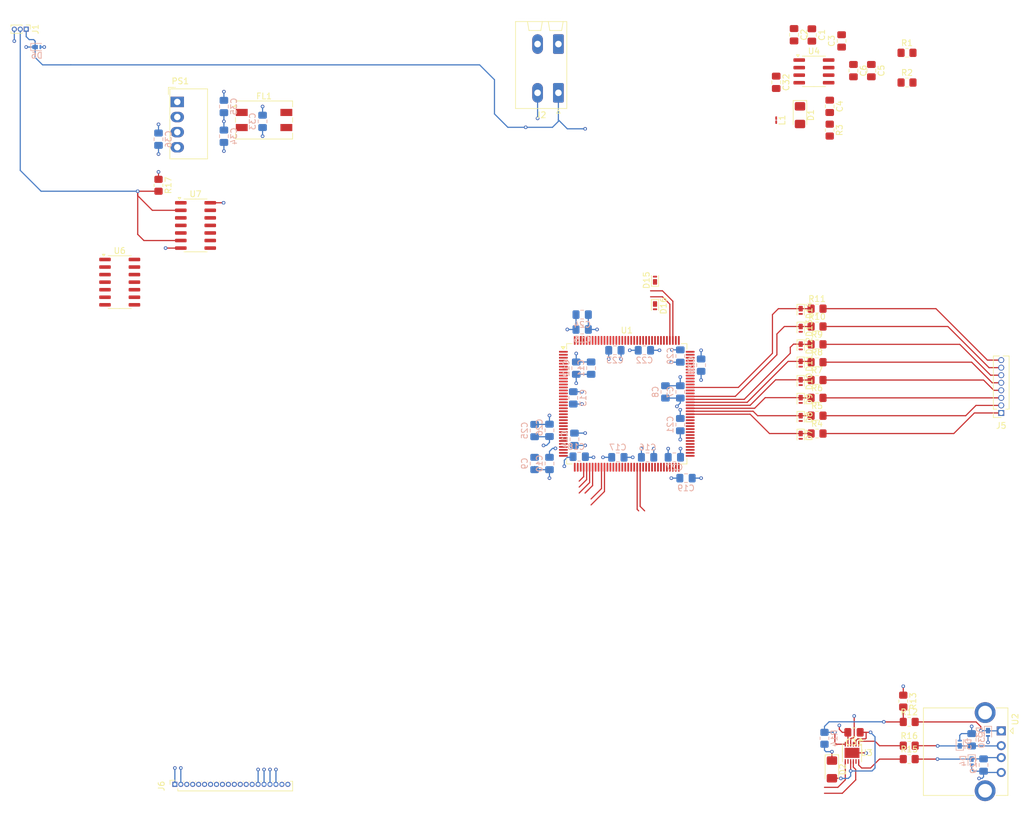
<source format=kicad_pcb>
(kicad_pcb
	(version 20240108)
	(generator "pcbnew")
	(generator_version "8.0")
	(general
		(thickness 1.597)
		(legacy_teardrops no)
	)
	(paper "A4")
	(layers
		(0 "F.Cu" signal)
		(1 "In1.Cu" signal)
		(2 "In2.Cu" signal)
		(31 "B.Cu" signal)
		(32 "B.Adhes" user "B.Adhesive")
		(33 "F.Adhes" user "F.Adhesive")
		(34 "B.Paste" user)
		(35 "F.Paste" user)
		(36 "B.SilkS" user "B.Silkscreen")
		(37 "F.SilkS" user "F.Silkscreen")
		(38 "B.Mask" user)
		(39 "F.Mask" user)
		(44 "Edge.Cuts" user)
		(45 "Margin" user)
		(46 "B.CrtYd" user "B.Courtyard")
		(47 "F.CrtYd" user "F.Courtyard")
		(48 "B.Fab" user)
		(49 "F.Fab" user)
	)
	(setup
		(stackup
			(layer "F.SilkS"
				(type "Top Silk Screen")
			)
			(layer "F.Paste"
				(type "Top Solder Paste")
			)
			(layer "F.Mask"
				(type "Top Solder Mask")
				(thickness 0.0175)
			)
			(layer "F.Cu"
				(type "copper")
				(thickness 0.035)
			)
			(layer "dielectric 1"
				(type "prepreg")
				(color "FR4 natural")
				(thickness 0.196)
				(material "7628")
				(epsilon_r 4.74)
				(loss_tangent 0)
			)
			(layer "In1.Cu"
				(type "copper")
				(thickness 0.035)
			)
			(layer "dielectric 2"
				(type "core")
				(thickness 1.03)
				(material "FR4")
				(epsilon_r 4.6)
				(loss_tangent 0.02)
			)
			(layer "In2.Cu"
				(type "copper")
				(thickness 0.035)
			)
			(layer "dielectric 3"
				(type "prepreg")
				(color "FR4 natural")
				(thickness 0.196)
				(material "7628")
				(epsilon_r 4.74)
				(loss_tangent 0)
			)
			(layer "B.Cu"
				(type "copper")
				(thickness 0.035)
			)
			(layer "B.Mask"
				(type "Bottom Solder Mask")
				(thickness 0.0175)
			)
			(layer "B.Paste"
				(type "Bottom Solder Paste")
			)
			(layer "B.SilkS"
				(type "Bottom Silk Screen")
			)
			(copper_finish "None")
			(dielectric_constraints no)
		)
		(pad_to_mask_clearance 0)
		(allow_soldermask_bridges_in_footprints no)
		(pcbplotparams
			(layerselection 0x00010fc_ffffffff)
			(plot_on_all_layers_selection 0x0000000_00000000)
			(disableapertmacros no)
			(usegerberextensions no)
			(usegerberattributes yes)
			(usegerberadvancedattributes yes)
			(creategerberjobfile yes)
			(dashed_line_dash_ratio 12.000000)
			(dashed_line_gap_ratio 3.000000)
			(svgprecision 4)
			(plotframeref no)
			(viasonmask no)
			(mode 1)
			(useauxorigin no)
			(hpglpennumber 1)
			(hpglpenspeed 20)
			(hpglpendiameter 15.000000)
			(pdf_front_fp_property_popups yes)
			(pdf_back_fp_property_popups yes)
			(dxfpolygonmode yes)
			(dxfimperialunits yes)
			(dxfusepcbnewfont yes)
			(psnegative no)
			(psa4output no)
			(plotreference yes)
			(plotvalue yes)
			(plotfptext yes)
			(plotinvisibletext no)
			(sketchpadsonfab no)
			(subtractmaskfromsilk no)
			(outputformat 1)
			(mirror no)
			(drillshape 1)
			(scaleselection 1)
			(outputdirectory "")
		)
	)
	(net 0 "")
	(net 1 "Net-(J5-Pin_3)")
	(net 2 "Net-(D9-K)")
	(net 3 "Net-(D8-K)")
	(net 4 "Net-(J5-Pin_2)")
	(net 5 "Net-(J5-Pin_1)")
	(net 6 "Net-(D7-K)")
	(net 7 "Net-(C4-Pad2)")
	(net 8 "GND")
	(net 9 "Net-(U4-FB)")
	(net 10 "3.3V{slash}2A")
	(net 11 "Net-(U3-USBDP)")
	(net 12 "Net-(D4-K)")
	(net 13 "+3.3V")
	(net 14 "Net-(J1-Pin_2)")
	(net 15 "Net-(U3-USBDM)")
	(net 16 "Net-(D5-K)")
	(net 17 "Net-(D2-K)")
	(net 18 "Net-(U3-CBUS0)")
	(net 19 "Net-(J5-Pin_8)")
	(net 20 "Net-(D14-K)")
	(net 21 "Net-(J5-Pin_7)")
	(net 22 "Net-(D13-K)")
	(net 23 "Net-(D12-K)")
	(net 24 "Net-(J5-Pin_6)")
	(net 25 "Net-(D11-K)")
	(net 26 "Net-(J5-Pin_5)")
	(net 27 "Net-(J5-Pin_4)")
	(net 28 "Net-(D10-K)")
	(net 29 "Net-(D1-K)")
	(net 30 "Net-(U4-COMP)")
	(net 31 "+12V")
	(net 32 "Net-(U4-SS)")
	(net 33 "unconnected-(U4-EN-Pad7)")
	(net 34 "Net-(U4-BS)")
	(net 35 "unconnected-(U6-Pad13)")
	(net 36 "unconnected-(U6-Pad9)")
	(net 37 "+5V")
	(net 38 "TX")
	(net 39 "unconnected-(U6-Pad11)")
	(net 40 "unconnected-(U6-Pad3)")
	(net 41 "unconnected-(U6-Pad5)")
	(net 42 "RX")
	(net 43 "unconnected-(U1-PB10-Pad69)")
	(net 44 "Net-(U1-VREF+)")
	(net 45 "unconnected-(U1-PC0-Pad26)")
	(net 46 "Net-(C27-Pad1)")
	(net 47 "Net-(U1-PE7)")
	(net 48 "unconnected-(U1-PB14-Pad75)")
	(net 49 "unconnected-(U1-PB7-Pad137)")
	(net 50 "unconnected-(U1-PE13-Pad66)")
	(net 51 "Net-(J6-Pin_8)")
	(net 52 "Net-(J6-Pin_7)")
	(net 53 "unconnected-(U1-PH0-Pad23)")
	(net 54 "unconnected-(U1-PF11-Pad49)")
	(net 55 "unconnected-(U1-PG11-Pad126)")
	(net 56 "unconnected-(U1-PA8-Pad100)")
	(net 57 "unconnected-(U1-PE10-Pad63)")
	(net 58 "unconnected-(U1-PE9-Pad60)")
	(net 59 "unconnected-(U1-PD4-Pad118)")
	(net 60 "unconnected-(U1-PD7-Pad123)")
	(net 61 "unconnected-(U1-PB2-Pad48)")
	(net 62 "unconnected-(U1-PE4-Pad3)")
	(net 63 "unconnected-(U1-PF2-Pad12)")
	(net 64 "unconnected-(U1-PE14-Pad67)")
	(net 65 "unconnected-(U1-PG15-Pad132)")
	(net 66 "unconnected-(U1-PG0-Pad56)")
	(net 67 "unconnected-(U1-PF3-Pad13)")
	(net 68 "unconnected-(U1-PF14-Pad54)")
	(net 69 "unconnected-(U1-PG1-Pad57)")
	(net 70 "unconnected-(U1-PC12-Pad113)")
	(net 71 "unconnected-(U1-PC13-Pad7)")
	(net 72 "unconnected-(U1-PF4-Pad14)")
	(net 73 "unconnected-(U1-PD2-Pad116)")
	(net 74 "unconnected-(U1-PF0-Pad10)")
	(net 75 "unconnected-(U1-PD1-Pad115)")
	(net 76 "unconnected-(U1-PF15-Pad55)")
	(net 77 "Net-(J6-Pin_4)")
	(net 78 "unconnected-(U1-PC15-Pad9)")
	(net 79 "unconnected-(U1-PF5-Pad15)")
	(net 80 "Net-(J6-Pin_5)")
	(net 81 "unconnected-(U1-PE12-Pad65)")
	(net 82 "Net-(U1-PE8)")
	(net 83 "unconnected-(U1-PA9-Pad101)")
	(net 84 "unconnected-(U1-PD15-Pad86)")
	(net 85 "unconnected-(U1-PE1-Pad142)")
	(net 86 "unconnected-(U1-PB4(NJTRST)-Pad134)")
	(net 87 "unconnected-(U1-PF13-Pad53)")
	(net 88 "unconnected-(U1-PG14-Pad129)")
	(net 89 "unconnected-(U1-PE0-Pad141)")
	(net 90 "unconnected-(U1-PB12-Pad73)")
	(net 91 "unconnected-(U1-PF12-Pad50)")
	(net 92 "unconnected-(U1-PD6-Pad122)")
	(net 93 "unconnected-(U1-PE3-Pad2)")
	(net 94 "unconnected-(U1-PE11-Pad64)")
	(net 95 "unconnected-(U1-PC3_C-Pad29)")
	(net 96 "unconnected-(U1-PA13(JTMS-Pad105)")
	(net 97 "unconnected-(U1-PA0-Pad34)")
	(net 98 "unconnected-(U1-PH1-Pad24)")
	(net 99 "unconnected-(U1-PF1-Pad11)")
	(net 100 "unconnected-(U1-PC2_C-Pad28)")
	(net 101 "Net-(J6-Pin_6)")
	(net 102 "unconnected-(U1-PB8-Pad139)")
	(net 103 "unconnected-(U1-PD13-Pad82)")
	(net 104 "unconnected-(U1-PC4-Pad44)")
	(net 105 "unconnected-(U1-PD0-Pad114)")
	(net 106 "unconnected-(U1-BOOT0-Pad138)")
	(net 107 "unconnected-(U1-PF7-Pad19)")
	(net 108 "unconnected-(U1-PF10-Pad22)")
	(net 109 "unconnected-(U1-PC1-Pad27)")
	(net 110 "unconnected-(U1-PB11-Pad70)")
	(net 111 "unconnected-(U1-PA3-Pad37)")
	(net 112 "unconnected-(U1-PE2-Pad1)")
	(net 113 "unconnected-(U1-PC8-Pad98)")
	(net 114 "unconnected-(U1-PB9-Pad140)")
	(net 115 "unconnected-(U1-PC14-Pad8)")
	(net 116 "unconnected-(U1-NRST-Pad25)")
	(net 117 "unconnected-(U1-PG13-Pad128)")
	(net 118 "unconnected-(U1-PA11-Pad103)")
	(net 119 "unconnected-(U1-PD3-Pad117)")
	(net 120 "unconnected-(U1-PG12-Pad127)")
	(net 121 "unconnected-(U1-PF6-Pad18)")
	(net 122 "unconnected-(U1-PE6-Pad5)")
	(net 123 "unconnected-(U1-PD11-Pad80)")
	(net 124 "unconnected-(U1-PF9-Pad21)")
	(net 125 "unconnected-(U1-PG10-Pad125)")
	(net 126 "unconnected-(U1-PD10-Pad79)")
	(net 127 "unconnected-(U1-PA1-Pad35)")
	(net 128 "unconnected-(U1-PE5-Pad4)")
	(net 129 "unconnected-(U1-PB13-Pad74)")
	(net 130 "unconnected-(U1-PD5-Pad119)")
	(net 131 "unconnected-(U1-PC9-Pad99)")
	(net 132 "unconnected-(U1-PDR_ON-Pad143)")
	(net 133 "unconnected-(U1-PA2-Pad36)")
	(net 134 "unconnected-(U1-PD14-Pad85)")
	(net 135 "unconnected-(U1-PF8-Pad20)")
	(net 136 "unconnected-(U1-PB15-Pad76)")
	(net 137 "unconnected-(U1-PD8-Pad77)")
	(net 138 "unconnected-(U1-PE15-Pad68)")
	(net 139 "unconnected-(U1-PA10-Pad102)")
	(net 140 "unconnected-(U1-PB3(JTDO-Pad133)")
	(net 141 "unconnected-(U1-PA14(JTCK-Pad109)")
	(net 142 "unconnected-(U1-PD12-Pad81)")
	(net 143 "unconnected-(U1-PC7-Pad97)")
	(net 144 "unconnected-(U1-PA15(JTDI)-Pad110)")
	(net 145 "Net-(J6-Pin_3)")
	(net 146 "unconnected-(U1-PB6-Pad136)")
	(net 147 "unconnected-(U1-PB5-Pad135)")
	(net 148 "unconnected-(U1-PA12-Pad104)")
	(net 149 "unconnected-(U1-PD9-Pad78)")
	(net 150 "unconnected-(U1-PC5-Pad45)")
	(net 151 "Net-(D2-A)")
	(net 152 "unconnected-(U3-~{RTS}{slash}D2-Pad8)")
	(net 153 "unconnected-(U3-~{CTS}{slash}D3-Pad11)")
	(net 154 "unconnected-(U2-Shield-Pad5)")
	(net 155 "unconnected-(U2-Shield-Pad5)_1")
	(net 156 "unconnected-(J6-Pin_9-Pad9)")
	(net 157 "unconnected-(J6-Pin_10-Pad10)")
	(net 158 "unconnected-(J6-Pin_13-Pad13)")
	(net 159 "unconnected-(J6-Pin_12-Pad12)")
	(net 160 "unconnected-(J6-Pin_14-Pad14)")
	(net 161 "unconnected-(J6-Pin_11-Pad11)")
	(net 162 "unconnected-(J6-Pin_20-Pad20)")
	(net 163 "unconnected-(J6-Pin_19-Pad19)")
	(net 164 "unconnected-(U7-3A-Pad9)")
	(net 165 "unconnected-(U7-3OE-Pad10)")
	(net 166 "unconnected-(U7-3Y-Pad8)")
	(net 167 "unconnected-(U1-PG9-Pad124)")
	(net 168 "unconnected-(U1-PC11-Pad112)")
	(net 169 "unconnected-(U1-PC10-Pad111)")
	(net 170 "unconnected-(U7-4A-Pad12)")
	(net 171 "TXD")
	(net 172 "unconnected-(U7-4OE-Pad13)")
	(net 173 "RXD")
	(net 174 "TXEN")
	(net 175 "unconnected-(U7-4Y-Pad11)")
	(net 176 "RXEN")
	(net 177 "unconnected-(U6-Pad2)")
	(net 178 "unconnected-(U6-Pad1)")
	(net 179 "Net-(PS1--Vin)")
	(net 180 "Net-(PS1-+Vin)")
	(footprint "Capacitor_SMD:C_0805_2012Metric_Pad1.18x1.45mm_HandSolder" (layer "F.Cu") (at 256.13 15.97 90))
	(footprint "Resistor_SMD:R_0805_2012Metric_Pad1.20x1.40mm_HandSolder" (layer "F.Cu") (at 252 73))
	(footprint "Capacitor_SMD:C_0805_2012Metric_Pad1.18x1.45mm_HandSolder" (layer "F.Cu") (at 261.13 20.97 -90))
	(footprint "Resistor_SMD:R_0805_2012Metric_Pad1.20x1.40mm_HandSolder" (layer "F.Cu") (at 267.13 22.97))
	(footprint "Connector_USB:USB_A_CONNFLY_DS1095-WNR0" (layer "F.Cu") (at 282.9775 132 -90))
	(footprint "Resistor_SMD:R_0805_2012Metric_Pad1.20x1.40mm_HandSolder" (layer "F.Cu") (at 267.13 17.97))
	(footprint "Package_DFN_QFN:WDFN-12-1EP_3x3mm_P0.45mm_EP1.7x2.5mm" (layer "F.Cu") (at 257.875 135.7 -90))
	(footprint "Capacitor_SMD:C_0805_2012Metric_Pad1.18x1.45mm_HandSolder" (layer "F.Cu") (at 254.13 26.97 -90))
	(footprint "Filter:Filter_Bourns_SRF0905_6.0x9.2mm" (layer "F.Cu") (at 159 29.27))
	(footprint "Resistor_SMD:R_0805_2012Metric_Pad1.20x1.40mm_HandSolder" (layer "F.Cu") (at 267.5 130.5))
	(footprint "Resistor_SMD:R_0805_2012Metric_Pad1.20x1.40mm_HandSolder" (layer "F.Cu") (at 252 79))
	(footprint "LED_SMD:LED_1206_3216Metric_Pad1.42x1.75mm_HandSolder" (layer "F.Cu") (at 254.5 138.4875 -90))
	(footprint "Connector_PinSocket_1.00mm:PinSocket_1x20_P1.00mm_Vertical" (layer "F.Cu") (at 144 141 90))
	(footprint "Diode_SMD:Nexperia_DSN1608-2_1.6x0.8mm" (layer "F.Cu") (at 249.25 79.285 -90))
	(footprint "Diode_SMD:Nexperia_DSN1608-2_1.6x0.8mm" (layer "F.Cu") (at 249.25 64.285 -90))
	(footprint "Resistor_SMD:R_0805_2012Metric_Pad1.20x1.40mm_HandSolder" (layer "F.Cu") (at 252 76))
	(footprint "Resistor_SMD:R_0805_2012Metric_Pad1.20x1.40mm_HandSolder" (layer "F.Cu") (at 267.5 136.75))
	(footprint "Diode_SMD:D_1206_3216Metric_Pad1.42x1.75mm_HandSolder" (layer "F.Cu") (at 249.13 28.4575 -90))
	(footprint "Diode_SMD:Nexperia_DSN1608-2_1.6x0.8mm" (layer "F.Cu") (at 249.25 73.25 -90))
	(footprint "Resistor_SMD:R_0805_2012Metric_Pad1.20x1.40mm_HandSolder" (layer "F.Cu") (at 252 82))
	(footprint "Resistor_SMD:R_0805_2012Metric_Pad1.20x1.40mm_HandSolder" (layer "F.Cu") (at 267.5 134.5))
	(footprint "Resistor_SMD:R_0805_2012Metric_Pad1.20x1.40mm_HandSolder" (layer "F.Cu") (at 266.5 127 -90))
	(footprint "Diode_SMD:Nexperia_DSN1608-2_1.6x0.8mm" (layer "F.Cu") (at 224.75 56.215 90))
	(footprint "Connector_PinHeader_1.00mm:PinHeader_1x03_P1.00mm_Vertical" (layer "F.Cu") (at 119 14 -90))
	(footprint "Resistor_SMD:R_0805_2012Metric_Pad1.20x1.40mm_HandSolder" (layer "F.Cu") (at 252 67))
	(footprint "Diode_SMD:Nexperia_DSN1608-2_1.6x0.8mm" (layer "F.Cu") (at 249.25 82.285 -90))
	(footprint "Package_SO:SOIC-8_3.9x4.9mm_P1.27mm" (layer "F.Cu") (at 251.475 21.095))
	(footprint "Resistor_SMD:R_0805_2012Metric_Pad1.20x1.40mm_HandSolder" (layer "F.Cu") (at 252 61))
	(footprint "Connector_PinSocket_1.27mm:PinSocket_1x08_P1.27mm_Vertical" (layer "F.Cu") (at 282.975 78.54 180))
	(footprint "Package_SO:SOIC-14_3.9x8.7mm_P1.27mm" (layer "F.Cu") (at 134.725 56.54))
	(footprint "Diode_SMD:Nexperia_DSN1608-2_1.6x0.8mm" (layer "F.Cu") (at 249.25 61.285 -90))
	(footprint "Package_QFP:LQFP-144_20x20mm_P0.5mm"
		(layer "F.Cu")
		(uuid "98255945-adaa-4aac-9e86-2311a2b64c2b")
		(at 220 77)
		(descr "LQFP, 144 Pin (http://ww1.microchip.com/downloads/en/PackagingSpec/00000049BQ.pdf#page=425), generated with kicad-footprint-generator ipc_gullwing_generator.py")
		(tags "LQFP QFP")
		(property "Reference" "U1"
			(at 0 -12.35 0)
			(layer "F.SilkS")
			(uuid "ab2c0467-2802-4530-b23b-f6a18072241e")
			(effects
				(font
					(size 1 1)
					(thickness 0.15)
				)
			)
		)
		(property "Value" "STM32H723ZGTx"
			(at 0 12.35 0)
			(layer "F.Fab")
			(uuid "46ef1903-cf32-4060-b9b2-f2903b3ae23e")
			(effects
				(font
					(size 1 1)
					(thickness 0.15)
				)
			)
		)
		(property "Footprint" "Package_QFP:LQFP-144_20x20mm_P0.5mm"
			(at 0 0 0)
			(layer "F.Fab")
			(hide yes)
			(uuid "1ccff1a6-5c7d-4260-9288-c616eb99741f")
			(effects
				(font
					(size 1.27 1.27)
					(thickness 0.15)
				)
			)
		)
		(property "Datasheet" "https://www.st.com/resource/en/datasheet/stm32h723zg.pdf"
			(at 0 0 0)
			(layer "F.Fab")
			(hide yes)
			(uuid "e4cc6de6-135c-420b-8be5-ab93d6c35d76")
			(effects
				(font
					(size 1.27 1.27)
					(thickness 0.15)
				)
			)
		)
		(property "Description" "STMicroelectronics Arm Cortex-M7 MCU, 1024KB flash, 564KB RAM, 550 MHz, 1.62-3.6V, 114 GPIO, LQFP144"
			(at 0 0 0)
			(layer "F.Fab")
			(hide yes)
			(uuid "2cb59136-8bf6-4815-a67f-f069673c2e3c")
			(effects
				(font
					(size 1.27 1.27)
					(thickness 0.15)
				)
			)
		)
		(property ki_fp_filters "LQFP*20x20mm*P0.5mm*")
		(path "/c2ca3a3a-4c5a-48c1-bc00-a911cb52b857")
		(sheetname "Root")
		(sheetfile "MCU.kicad_sch")
		(attr smd)
		(fp_line
			(start -10.11 -10.11)
			(end -10.11 -9.16)
			(stroke
				(width 0.12)
				(type solid)
			)
			(layer "F.SilkS")
			(uuid "3dbf56be-3aec-4900-bba0-180a82373121")
		)
		(fp_line
			(start -10.11 10.11)
			(end -10.11 9.16)
			(stroke
				(width 0.12)
				(type solid)
			)
			(layer "F.SilkS")
			(uuid "2e0b0578-49f8-491a-8800-2f565f8c114f")
		)
		(fp_line
			(start -9.16 -10.11)
			(end -10.11 -10.11)
			(stroke
				(width 0.12)
				(type solid)
			)
			(layer "F.SilkS")
			(uuid "56eefd3c-56bd-492c-8d6e-afe5ad4bed2e")
		)
		(fp_line
			(start -9.16 10.11)
			(end -10.11 10.11)
			(stroke
				(width 0.12)
				(type solid)
			)
			(layer "F.SilkS")
			(uuid "57446924-e655-435a-ae62-7eca1996ede1")
		)
		(fp_line
			(start 9.16 -10.11)
			(end 10.11 -10.11)
			(stroke
				(width 0.12)
				(type solid)
			)
			(layer "F.SilkS")
			(uuid "813b701e-3c69-4891-8f6b-addfa8fbc59a")
		)
		(fp_line
			(start 9.16 10.11)
			(end 10.11 10.11)
			(stroke
				(width 0.12)
				(type solid)
			)
			(layer "F.SilkS")
			(uuid "80a2351a-35ee-4623-b063-464ac7f515af")
		)
		(fp_line
			(start 10.11 -10.11)
			(end 10.11 -9.16)
			(stroke
				(width 0.12)
				(type solid)
			)
			(layer "F.SilkS")
			(uuid "d2fbf831-2d25-410c-8887-f1d8514a9e9d")
		)
		(fp_line
			(start 10.11 10.11)
			(end 10.11 9.16)
			(stroke
				(width 0.12)
				(type solid)
			)
			(layer "F.SilkS")
			(uuid "46b52e05-9ff6-47c6-a482-ca2e91950ea1")
		)
		(fp_poly
			(pts
				(xy -10.7 -9.16) (xy -11.04 -9.63) (xy -10.36 -9.63) (xy -10.7 -9.16)
			)
			(stroke
				(width 0.12)
				(type solid)
			)
			(fill solid)
			(layer "F.SilkS")
			(uuid "28399d9b-f8ec-41da-9fc4-457cfe58bf25")
		)
		(fp_line
			(start -11.65 -9.15)
			(end -11.65 0)
			(stroke
				(width 0.05)
				(type solid)
			)
			(layer "F.CrtYd")
			(uuid "d50824ba-ca26-45ab-a294-25d20fe115e1")
		)
		(fp_line
			(start -11.65 9.15)
			(end -11.65 0)
			(stroke
				(width 0.05)
				(type solid)
			)
			(layer "F.CrtYd")
			(uuid "f0f00415-68f3-4260-a377-00b3cbf5731a")
		)
		(fp_line
			(start -10.25 -10.25)
			(end -10.25 -9.15)
			(stroke
				(width 0.05)
				(type solid)
			)
			(layer "F.CrtYd")
			(uuid "7b52af3c-cb18-4f10-afba-2afaf631c37c")
		)
		(fp_line
			(start -10.25 -9.15)
			(end -11.65 -9.15)
			(stroke
				(width 0.05)
				(type solid)
			)
			(layer "F.CrtYd")
			(uuid "4db28104-f415-46b6-ab56-38c95140b13d")
		)
		(fp_line
			(start -10.25 9.15)
			(end -11.65 9.15)
			(stroke
				(width 0.05)
				(type solid)
			)
			(layer "F.CrtYd")
			(uuid "b7ce197d-ad18-49aa-bc40-e09adfb8e390")
		)
		(fp_line
			(start -10.25 10.25)
			(end -10.25 9.15)
			(stroke
				(width 0.05)
				(type solid)
			)
			(layer "F.CrtYd")
			(uuid "be41ce18-6eef-4942-a17c-822d5461cb0e")
		)
		(fp_line
			(start -9.15 -11.65)
			(end -9.15 -10.25)
			(stroke
				(width 0.05)
				(type solid)
			)
			(layer "F.CrtYd")
			(uuid "264e8a32-47e8-4b8a-92d3-210078597b1a")
		)
		(fp_line
			(start -9.15 -10.25)
			(end -10.25 -10.25)
			(stroke
				(width 0.05)
				(type solid)
			)
			(layer "F.CrtYd")
			(uuid "59b1a10f-d3fa-4ce1-9ec4-6f9d59b40694")
		)
		(fp_line
			(start -9.15 10.25)
			(end -10.25 10.25)
			(stroke
				(width 0.05)
				(type solid)
			)
			(layer "F.CrtYd")
			(uuid "4f8bd780-0e2f-4263-aa6a-a4867e06692d")
		)
		(fp_line
			(start -9.15 11.65)
			(end -9.15 10.25)
			(stroke
				(width 0.05)
				(type solid)
			)
			(layer "F.CrtYd")
			(uuid "7f8d58f8-7962-4506-8c1a-612904ace443")
		)
		(fp_line
			(start 0 -11.65)
			(end -9.15 -11.65)
			(stroke
				(width 0.05)
				(type solid)
			)
			(layer "F.CrtYd")
			(uuid "f74600ff-e1dd-469f-9972-36e5ed1e450f")
		)
		(fp_line
			(start 0 -11.65)
			(end 9.15 -11.65)
			(stroke
				(width 0.05)
				(type solid)
			)
			(layer "F.CrtYd")
			(uuid "e25410e9-f078-4300-be72-4be4b10aff4e")
		)
		(fp_line
			(start 0 11.65)
			(end -9.15 11.65)
			(stroke
				(width 0.05)
				(type solid)
			)
			(layer "F.CrtYd")
			(uuid "6c1d59d1-7d7e-4169-926f-1f1cbce8a5f9")
		)
		(fp_line
			(start 0 11.65)
			(end 9.15 11.65)
			(stroke
				(width 0.05)
				(type solid)
			)
			(layer "F.CrtYd")
			(uuid "704eb974-d69a-4424-aa90-efd636fbf1a7")
		)
		(fp_line
			(start 9.15 -11.65)
			(end 9.15 -10.25)
			(stroke
				(width 0.05)
				(type solid)
			)
			(layer "F.CrtYd")
			(uuid "a0e0b82a-b0d6-406c-9120-2bba209a700d")
		)
		(fp_line
			(start 9.15 -10.25)
			(end 10.25 -10.25)
			(stroke
				(width 0.05)
				(type solid)
			)
			(layer "F.CrtYd")
			(uuid "2a879b4d-5607-4e85-8045-c6711bc44d52")
		)
		(fp_line
			(start 9.15 10.25)
			(end 10.25 10.25)
			(stroke
				(width 0.05)
				(type solid)
			)
			(layer "F.CrtYd")
			(uuid "0850e4f4-fbff-4ca7-ae49-3f9e5e319fb8")
		)
		(fp_line
			(start 9.15 11.65)
			(end 9.15 10.25)
			(stroke
				(width 0.05)
				(type solid)
			)
			(layer "F.CrtYd")
			(uuid "532e4cc8-5bc3-49e7-a5b8-b1993b89c418")
		)
		(fp_line
			(start 10.25 -10.25)
			(end 10.25 -9.15)
			(stroke
				(width 0.05)
				(type solid)
			)
			(layer "F.CrtYd")
			(uuid "ad96af03-3001-42d3-b4cf-2ee4b8dd765c")
		)
		(fp_line
			(start 10.25 -9.15)
			(end 11.65 -9.15)
			(stroke
				(width 0.05)
				(type solid)
			)
			(layer "F.CrtYd")
			(uuid "bac50688-2ebb-4b37-b87e-bb772fd7018c")
		)
		(fp_line
			(start 10.25 9.15)
			(end 11.65 9.15)
			(stroke
				(width 0.05)
				(type solid)
			)
			(layer "F.CrtYd")
			(uuid "502eb005-5ef7-400e-935d-8db6bf3125fe")
		)
		(fp_line
			(start 10.25 10.25)
			(end 10.25 9.15)
			(stroke
				(width 0.05)
				(type solid)
			)
			(layer "F.CrtYd")
			(uuid "a022081d-0c80-4329-9462-a4f9d7c68d90")
		)
		(fp_line
			(start 11.65 -9.15)
			(end 11.65 0)
			(stroke
				(width 0.05)
				(type solid)
			)
			(layer "F.CrtYd")
			(uuid "ca0f06ca-437c-467e-a23d-7704822a6870")
		)
		(fp_line
			(start 11.65 9.15)
			(end 11.65 0)
			(stroke
				(width 0.05)
				(type solid)
			)
			(layer "F.CrtYd")
			(uuid "9a3694d9-0eb1-4c54-a4a7-4dd45ac5ee80")
		)
		(fp_line
			(start -10 -9)
			(end -9 -10)
			(stroke
				(width 0.1)
				(type solid)
			)
			(layer "F.Fab")
			(uuid "a6a2fad0-1f60-4a1d-9b21-3d5d561b1394")
		)
		(fp_line
			(start -10 10)
			(end -10 -9)
			(stroke
				(width 0.1)
				(type solid)
			)
			(layer "F.Fab")
			(uuid "779b9aae-86f6-488f-9c19-ec7f43c03595")
		)
		(fp_line
			(start -9 -10)
			(end 10 -10)
			(stroke
				(width 0.1)
				(type solid)
			)
			(layer "F.Fab")
			(uuid "1063bc93-95a9-487c-b842-4a98e83ab9f4")
		)
		(fp_line
			(start 10 -10)
			(end 10 10)
			(stroke
				(width 0.1)
				(type solid)
			)
			(layer "F.Fab")
			(uuid "d32ef7fa-f46e-4471-88f4-2ca7ce7c6542")
		)
		(fp_line
			(start 10 10)
			(end -10 10)
			(stroke
				(width 0.1)
				(type solid)
			)
			(layer "F.Fab")
			(uuid "952c65d6-76cc-495c-941a-e99649fa30c9")
		)
		(fp_text user "${REFERENCE}"
			(at 0 0 0)
			(layer "F.Fab")
			(uuid "43221391-5051-4525-aa4a-40722839d93c")
			(effects
				(font
					(size 1 1)
					(thickness 0.15)
				)
			)
		)
		(pad "1" smd roundrect
			(at -10.6625 -8.75)
			(size 1.475 0.3)
			(layers "F.Cu" "F.Paste" "F.Mask")
			(roundrect_rratio 0.25)
			(net 112 "unconnected-(U1-PE2-Pad1)")
			(pinfunction "PE2")
			(pintype "bidirectional+no_connect")
			(uuid "a5b875a4-9701-4c06-a991-1b30b79b86b9")
		)
		(pad "2" smd roundrect
			(at -10.6625 -8.25)
			(size 1.475 0.3)
			(layers "F.Cu" "F.Paste" "F.Mask")
			(roundrect_rratio 0.25)
			(net 93 "unconnected-(U1-PE3-Pad2)")
			(pinfunction "PE3")
			(pintype "bidirectional+no_connect")
			(uuid "7ad99aeb-9c71-48da-a9d1-f662ff5e0465")
		)
		(pad "3" smd roundrect
			(at -10.6625 -7.75)
			(size 1.475 0.3)
			(layers "F.Cu" "F.Paste" "F.Mask")
			(roundrect_rratio 0.25)
			(net 62 "unconnected-(U1-PE4-Pad3)")
			(pinfunction "PE4")
			(pintype "bidirectional+no_connect")
			(uuid "328b590b-6245-4a8b-9bce-05bf0e47584a")
		)
		(pad "4" smd roundrect
			(at -10.6625 -7.25)
			(size 1.475 0.3)
			(layers "F.Cu" "F.Paste" "F.Mask")
			(roundrect_rratio 0.25)
			(net 128 "unconnected-(U1-PE5-Pad4)")
			(pinfunction "PE5")
			(pintype "bidirectional+no_connect")
			(uuid "cf14d8d7-7f1d-46b1-9739-7ac424659128")
		)
		(pad "5" smd roundrect
			(at -10.6625 -6.75)
			(size 1.475 0.3)
			(layers "F.Cu" "F.Paste" "F.Mask")
			(roundrect_rratio 0.25)
			(net 122 "unconnected-(U1-PE6-Pad5)")
			(pinfunction "PE6")
			(pintype "bidirectional+no_connect")
			(uuid "bd7bfa0f-c5fd-4203-b92e-4c02bdfe3737")
		)
		(pad "6" smd roundrect
			(at -10.6625 -6.25)
			(size 1.475 0.3)
			(layers "F.Cu" "F.Paste" "F.Mask")
			(roundrect_rratio 0.25)
			(net 13 "+3.3V")
			(pinfunction "VBAT")
			(pintype "power_in")
			(uuid "0cb01f76-3561-440a-bf44-f0df9bf0a4f3")
		)
		(pad "7" smd roundrect
			(at -10.6625 -5.75)
			(size 1.475 0.3)
			(layers "F.Cu" "F.Paste" "F.Mask")
			(roundrect_rratio 0.25)
			(net 71 "unconnected-(U1-PC13-Pad7)")
			(pinfunction "PC13")
			(pintype "bidirectional+no_connect")
			(uuid "41a81c3c-bf5f-4f7f-9a3f-b0e06d5ed71e")
		)
		(pad "8" smd roundrect
			(at -10.6625 -5.25)
			(size 1.475 0.3)
			(layers "F.Cu" "F.Paste" "F.Mask")
			(roundrect_rratio 0.25)
			(net 115 "unconnected-(U1-PC14-Pad8)")
			(pinfunction "PC14")
			(pintype "bidirectional+no_connect")
			(uuid "aaddd528-0b50-4e21-8807-6043e7fa0bce")
		)
		(pad "9" smd roundrect
			(at -10.6625 -4.75)
			(size 1.475 0.3)
			(layers "F.Cu" "F.Paste" "F.Mask")
			(roundrect_rratio 0.25)
			(net 78 "unconnected-(U1-PC15-Pad9)")
			(pinfunction "PC15")
			(pintype "bidirectional+no_connect")
			(uuid "5791ee8d-0010-48b6-b9ef-898213ca570a")
		)
		(pad "10" smd roundrect
			(at -10.6625 -4.25)
			(size 1.475 0.3)
			(layers "F.Cu" "F.Paste" "F.Mask")
			(roundrect_rratio 0.25)
			(net 74 "unconnected-(U1-PF0-Pad10)")
			(pinfunction "PF0")
			(pintype "bidirectional+no_connect")
			(uuid "4b1af050-5061-4feb-865d-5305b9d62cd1")
		)
		(pad "11" smd roundrect
			(at -10.6625 -3.75)
			(size 1.475 0.3)
			(layers "F.Cu" "F.Paste" "F.Mask")
			(roundrect_rratio 0.25)
			(net 99 "unconnected-(U1-PF1-Pad11)")
			(pinfunction "PF1")
			(pintype "bidirectional+no_connect")
			(uuid "89e40402-4341-442d-8f93-1108ba7b6638")
		)
		(pad "12" smd roundrect
			(at -10.6625 -3.25)
			(size 1.475 0.3)
			(layers "F.Cu" "F.Paste" "F.Mask")
			(roundrect_rratio 0.25)
			(net 63 "unconnected-(U1-PF2-Pad12)")
			(pinfunction "PF2")
			(pintype "bidirectional+no_connect")
			(uuid "33017f4c-b95d-427f-92c5-ec0c07816e81")
		)
		(pad "13" smd roundrect
			(at -10.6625 -2.75)
			(size 1.475 0.3)
			(layers "F.Cu" "F.Paste" "F.Mask")
			(roundrect_rratio 0.25)
			(net 67 "unconnected-(U1-PF3-Pad13)")
			(pinfunction "PF3")
			(pintype "bidirectional+no_connect")
			(uuid "3a595d1c-1bdf-4ab2-a77f-96959f88a99b")
		)
		(pad "14" smd roundrect
			(at -10.6625 -2.25)
			(size 1.475 0.3)
			(layers "F.Cu" "F.Paste" "F.Mask")
			(roundrect_rratio 0.25)
			(net 72 "unconnected-(U1-PF4-Pad14)")
			(pinfunction "PF4")
			(pintype "bidirectional+no_connect")
			(uuid "4431c499-dceb-4954-b3c6-3e632061fc44")
		)
		(pad "15" smd roundrect
			(at -10.6625 -1.75)
			(size 1.475 0.3)
			(layers "F.Cu" "F.Paste" "F.Mask")
			(roundrect_rratio 0.25)
			(net 79 "unconnected-(U1-PF5-Pad15)")
			(pinfunction "PF5")
			(pintype "bidirectional+no_connect")
			(uuid "58e31121-f47c-4372-bd46-6165f1434035")
		)
		(pad "16" smd roundrect
			(at -10.6625 -1.25)
			(size 1.475 0.3)
			(layers "F.Cu" "F.Paste" "F.Mask")
			(roundrect_rratio 0.25)
			(net 8 "GND")
			(pinfunction "VSS")
			(pintype "power_in")
			(uuid "927e544b-3b73-4a44-9ea5-b019a3f85b59")
		)
		(pad "17" smd roundrect
			(at -10.6625 -0.75)
			(size 1.475 0.3)
			(layers "F.Cu" "F.Paste" "F.Mask")
			(roundrect_rratio 0.25)
			(net 13 "+3.3V")
			(pinfunction "VDD")
			(pintype "power_in")
			(uuid "68fed5f1-21c1-4946-a145-8f20022a4bcb")
		)
		(pad "18" smd roundrect
			(at -10.6625 -0.25)
			(size 1.475 0.3)
			(layers "F.Cu" "F.Paste" "F.Mask")
			(roundrect_rratio 0.25)
			(net 121 "unconnected-(U1-PF6-Pad18)")
			(pinfunction "PF6")
			(pintype "bidirectional+no_connect")
			(uuid "bae72f02-e9a3-4253-90a5-436767ab38f3")
		)
		(pad "19" smd roundrect
			(at -10.6625 0.25)
			(size 1.475 0.3)
			(layers "F.Cu" "F.Paste" "F.Mask")
			(roundrect_rratio 0.25)
			(net 107 "unconnected-(U1-PF7-Pad19)")
			(pinfunction "PF7")
			(pintype "bidirectional+no_connect")
			(uuid "93be829d-6cdc-4d65-b050-6951fc2c0ae7")
		)
		(pad "20" smd roundrect
			(at -10.6625 0.75)
			(size 1.475 0.3)
			(layers "F.Cu" "F.Paste" "F.Mask")
			(roundrect_rratio 0.25)
			(net 135 "unconnected-(U1-PF8-Pad20)")
			(pinfunction "PF8")
			(pintype "bidirectional+no_connect")
			(uuid "e3fd74b3-16b0-4e8c-a908-eafa338ad8f1")
		)
		(pad "21" smd roundrect
			(at -10.6625 1.25)
			(size 1.475 0.3)
			(layers "F.Cu" "F.Paste" "F.Mask")
			(roundrect_rratio 0.25)
			(net 124 "unconnected-(U1-PF9-Pad21)")
			(pinfunction "PF9")
			(pintype "bidirectional+no_connect")
			(uuid "c5386f03-ba92-4d79-986d-f40a011bc6c8")
		)
		(pad "22" smd roundrect
			(at -10.6625 1.75)
			(size 1.475 0.3)
			(layers "F.Cu" "F.Paste" "F.Mask")
			(roundrect_rratio 0.25)
			(net 108 "unconnected-(U1-PF10-Pad22)")
			(pinfunction "PF10")
			(pintype "bidirectional+no_connect")
			(uuid "93d40b5e-91d5-4973-9677-9733efd82cae")
		)
		(pad "23" smd roundrect
			(at -10.6625 2.25)
			(size 1.475 0.3)
			(layers "F.Cu" "F.Paste" "F.Mask")
			(roundrect_rratio 0.25)
			(net 53 "unconnected-(U1-PH0-Pad23)")
			(pinfunction "PH0")
			(pintype "bidirectional+no_connect")
			(uuid "1b314dbf-f243-429d-b6b3-677748923ff2")
		)
		(pad "24" smd roundrect
			(at -10.6625 2.75)
			(size 1.475 0.3)
			(layers "F.Cu" "F.Paste" "F.Mask")
			(roundrect_rratio 0.25)
			(net 98 "unconnected-(U1-PH1-Pad24)")
			(pinfunction "PH1")
			(pintype "bidirectional+no_connect")
			(uuid "873c3dde-19fb-493f-ab0c-8dc6d0a5e053")
		)
		(pad "25" smd roundrect
			(at -10.6625 3.25)
			(size 1.475 0.3)
			(layers "F.Cu" "F.Paste" "F.Mask")
			(roundrect_rratio 0.25)
			(net 116 "unconnected-(U1-NRST-Pad25)")
			(pinfunction "NRST")
			(pintype "input")
			(uuid "aded870d-e89a-4a7c-9fc1-c90260485f62")
		)
		(pad "26" smd roundrect
			(at -10.6625 3.75)
			(size 1.475 0.3)
			(layers "F.Cu" "F.Paste" "F.Mask")
			(roundrect_rratio 0.25)
			(net 45 "unconnected-(U1-PC0-Pad26)")
			(pinfunction "PC0")
			(pintype "bidirectional+no_connect")
			(uuid "02646a4c-17cb-4d73-bc6f-9f31b4cc9e40")
		)
		(pad "27" smd roundrect
			(at -10.6625 4.25)
			(size 1.475 0.3)
			(layers "F.Cu" "F.Paste" "F.Mask")
			(roundrect_rratio 0.25)
			(net 109 "unconnected-(U1-PC1-Pad27)")
			(pinfunction "PC1")
			(pintype "bidirectional+no_connect")
			(uuid "96c100c6-72c5-40b0-a344-f752f101627b")
		)
		(pad "28" smd roundrect
			(at -10.6625 4.75)
			(size 1.475 0.3)
			(layers "F.Cu" "F.Paste" "F.Mask")
			(roundrect_rratio 0.25)
			(net 100 "unconnected-(U1-PC2_C-Pad28)")
			(pinfunction "PC2_C")
			(pintype "bidirectional+no_connect")
			(uuid "8e4ed24d-b8ed-4823-9d42-472ac21dd976")
		)
		(pad "29" smd roundrect
			(at -10.6625 5.25)
			(size 1.475 0.3)
			(layers "F.Cu" "F.Paste" "F.Mask")
			(roundrect_rratio 0.25)
			(net 95 "unconnected-(U1-PC3_C-Pad29)")
			(pinfunction "PC3_C")
			(pintype "bidirectional+no_connect")
			(uuid "8180556a-7189-4df9-9555-f9471527d82a")
		)
		(pad "30" smd roundrect
			(at -10.6625 5.75)
			(size 1.475 0.3)
			(layers "F.Cu" "F.Paste" "F.Mask")
			(roundrect_rratio 0.25)
			(net 13 "+3.3V")
			(pinfunction "VDD")
			(pintype "power_in")
			(uuid "d3ddf904-1c4b-4cf6-907c-2345cbeecf74")
		)
		(pad "31" sm
... [336386 chars truncated]
</source>
